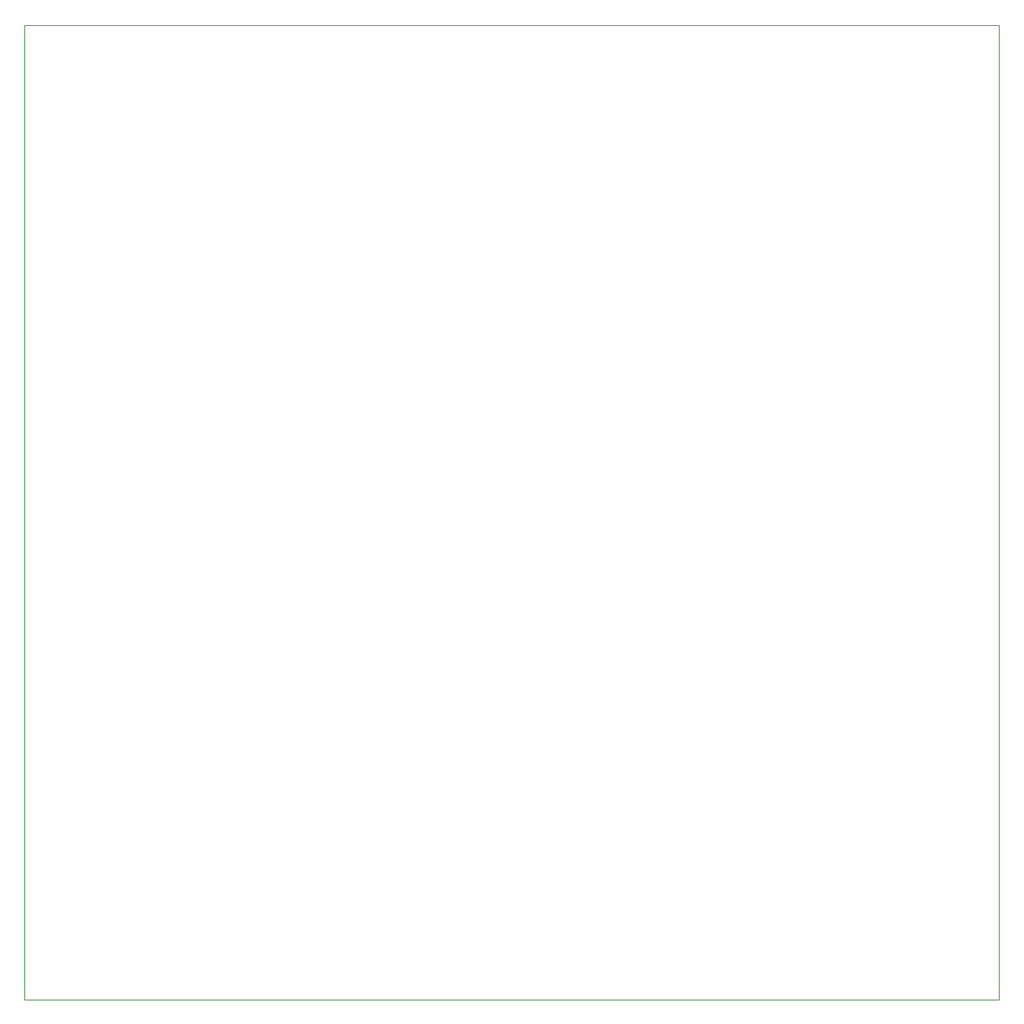
<source format=gm1>
G04 #@! TF.GenerationSoftware,KiCad,Pcbnew,8.0.4*
G04 #@! TF.CreationDate,2024-08-04T14:27:04+02:00*
G04 #@! TF.ProjectId,Neopixel,4e656f70-6978-4656-9c2e-6b696361645f,rev?*
G04 #@! TF.SameCoordinates,Original*
G04 #@! TF.FileFunction,Profile,NP*
%FSLAX46Y46*%
G04 Gerber Fmt 4.6, Leading zero omitted, Abs format (unit mm)*
G04 Created by KiCad (PCBNEW 8.0.4) date 2024-08-04 14:27:04*
%MOMM*%
%LPD*%
G01*
G04 APERTURE LIST*
G04 #@! TA.AperFunction,Profile*
%ADD10C,0.050000*%
G04 #@! TD*
G04 APERTURE END LIST*
D10*
X7500000Y-7500000D02*
X112500000Y-7500000D01*
X112500000Y-112500000D01*
X7500000Y-112500000D01*
X7500000Y-7500000D01*
M02*

</source>
